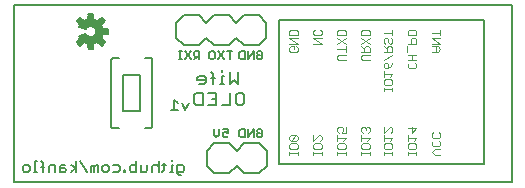
<source format=gbo>
G75*
%MOIN*%
%OFA0B0*%
%FSLAX24Y24*%
%IPPOS*%
%LPD*%
%AMOC8*
5,1,8,0,0,1.08239X$1,22.5*
%
%ADD10C,0.0080*%
%ADD11C,0.0050*%
%ADD12C,0.0060*%
%ADD13C,0.0020*%
%ADD14C,0.0059*%
D10*
X000161Y000753D02*
X000161Y006658D01*
X016769Y006658D01*
X016769Y000753D01*
X000161Y000753D01*
X003498Y002548D02*
X003656Y002548D01*
X003498Y002548D02*
X003481Y002549D01*
X003464Y002554D01*
X003449Y002561D01*
X003435Y002571D01*
X003423Y002583D01*
X003413Y002597D01*
X003406Y002612D01*
X003401Y002629D01*
X003400Y002646D01*
X003400Y004811D01*
X003401Y004828D01*
X003406Y004845D01*
X003413Y004860D01*
X003423Y004874D01*
X003435Y004886D01*
X003449Y004896D01*
X003464Y004903D01*
X003481Y004908D01*
X003498Y004909D01*
X003498Y004910D02*
X003656Y004910D01*
X004522Y004910D02*
X004679Y004910D01*
X004679Y004909D02*
X004696Y004908D01*
X004713Y004903D01*
X004728Y004896D01*
X004742Y004886D01*
X004754Y004874D01*
X004764Y004860D01*
X004771Y004845D01*
X004776Y004828D01*
X004777Y004811D01*
X004778Y004811D02*
X004778Y002646D01*
X004777Y002646D02*
X004776Y002629D01*
X004771Y002612D01*
X004764Y002597D01*
X004754Y002583D01*
X004742Y002571D01*
X004728Y002561D01*
X004713Y002554D01*
X004696Y002549D01*
X004679Y002548D01*
X004522Y002548D01*
X004384Y003138D02*
X003793Y003138D01*
X003793Y004319D01*
X004384Y004319D01*
X004384Y003138D01*
X006175Y003389D02*
X006245Y003319D01*
X006455Y003319D01*
X006455Y003739D01*
X006245Y003739D01*
X006175Y003669D01*
X006175Y003389D01*
X006635Y003319D02*
X006915Y003319D01*
X006915Y003739D01*
X006635Y003739D01*
X006775Y003529D02*
X006915Y003529D01*
X007095Y003319D02*
X007376Y003319D01*
X007376Y003739D01*
X007556Y003669D02*
X007626Y003739D01*
X007766Y003739D01*
X007836Y003669D01*
X007836Y003389D01*
X007766Y003319D01*
X007626Y003319D01*
X007556Y003389D01*
X007556Y003669D01*
X007636Y004019D02*
X007496Y004159D01*
X007356Y004019D01*
X007356Y004439D01*
X007106Y004439D02*
X007106Y004509D01*
X006799Y004369D02*
X006729Y004439D01*
X006799Y004369D02*
X006799Y004019D01*
X007036Y004019D02*
X007176Y004019D01*
X007106Y004019D02*
X007106Y004299D01*
X007176Y004299D01*
X006869Y004229D02*
X006729Y004229D01*
X006562Y004229D02*
X006492Y004299D01*
X006352Y004299D01*
X006282Y004229D01*
X006282Y004159D01*
X006562Y004159D01*
X006562Y004089D02*
X006562Y004229D01*
X006562Y004089D02*
X006492Y004019D01*
X006352Y004019D01*
X007636Y004019D02*
X007636Y004439D01*
X007826Y005329D02*
X008326Y005329D01*
X008576Y005579D01*
X008576Y006079D01*
X008326Y006329D01*
X007826Y006329D01*
X007576Y006079D01*
X007326Y006329D01*
X006826Y006329D01*
X006576Y006079D01*
X006326Y006329D01*
X005826Y006329D01*
X005576Y006079D01*
X005576Y005579D01*
X005826Y005329D01*
X006326Y005329D01*
X006576Y005579D01*
X006826Y005329D01*
X007326Y005329D01*
X007576Y005579D01*
X007826Y005329D01*
X007837Y002050D02*
X007587Y001800D01*
X007337Y002050D01*
X006837Y002050D01*
X006587Y001800D01*
X006587Y001300D01*
X006837Y001050D01*
X007337Y001050D01*
X007587Y001300D01*
X007837Y001050D01*
X008337Y001050D01*
X008587Y001300D01*
X008587Y001800D01*
X008337Y002050D01*
X007837Y002050D01*
D11*
X007862Y002254D02*
X007727Y002254D01*
X007682Y002299D01*
X007682Y002479D01*
X007727Y002524D01*
X007862Y002524D01*
X007862Y002254D01*
X007976Y002254D02*
X007976Y002524D01*
X008156Y002524D02*
X007976Y002254D01*
X008156Y002254D02*
X008156Y002524D01*
X008271Y002479D02*
X008316Y002524D01*
X008406Y002524D01*
X008451Y002479D01*
X008451Y002299D01*
X008406Y002254D01*
X008316Y002254D01*
X008271Y002299D01*
X008271Y002389D01*
X008361Y002389D01*
X007301Y002389D02*
X007211Y002434D01*
X007166Y002434D01*
X007121Y002389D01*
X007121Y002299D01*
X007166Y002254D01*
X007256Y002254D01*
X007301Y002299D01*
X007301Y002389D02*
X007301Y002524D01*
X007121Y002524D01*
X007006Y002524D02*
X007006Y002344D01*
X006916Y002254D01*
X006826Y002344D01*
X006826Y002524D01*
X008991Y001351D02*
X015841Y001351D01*
X015841Y006154D01*
X008991Y006154D01*
X008991Y001351D01*
X008406Y004854D02*
X008316Y004854D01*
X008271Y004899D01*
X008271Y004989D01*
X008361Y004989D01*
X008451Y005079D02*
X008451Y004899D01*
X008406Y004854D01*
X008156Y004854D02*
X008156Y005124D01*
X007976Y004854D01*
X007976Y005124D01*
X007862Y005124D02*
X007727Y005124D01*
X007682Y005079D01*
X007682Y004899D01*
X007727Y004854D01*
X007862Y004854D01*
X007862Y005124D01*
X007451Y005124D02*
X007271Y005124D01*
X007361Y005124D02*
X007361Y004854D01*
X007156Y004854D02*
X006976Y005124D01*
X006862Y005079D02*
X006862Y004899D01*
X006817Y004854D01*
X006727Y004854D01*
X006682Y004899D01*
X006682Y005079D01*
X006727Y005124D01*
X006817Y005124D01*
X006862Y005079D01*
X006976Y004854D02*
X007156Y005124D01*
X006351Y005124D02*
X006351Y004854D01*
X006351Y004944D02*
X006216Y004944D01*
X006171Y004989D01*
X006171Y005079D01*
X006216Y005124D01*
X006351Y005124D01*
X006056Y005124D02*
X005876Y004854D01*
X005762Y004854D02*
X005672Y004854D01*
X005717Y004854D02*
X005717Y005124D01*
X005762Y005124D02*
X005672Y005124D01*
X005876Y005124D02*
X006056Y004854D01*
X006171Y004854D02*
X006261Y004944D01*
X008271Y005079D02*
X008316Y005124D01*
X008406Y005124D01*
X008451Y005079D01*
D12*
X005628Y003386D02*
X005514Y003499D01*
X005514Y003159D01*
X005401Y003159D02*
X005628Y003159D01*
X005883Y003159D02*
X005769Y003386D01*
X005996Y003386D02*
X005883Y003159D01*
X005421Y001506D02*
X005421Y001449D01*
X005421Y001336D02*
X005421Y001109D01*
X005478Y001109D02*
X005364Y001109D01*
X005175Y001165D02*
X005119Y001109D01*
X005175Y001165D02*
X005175Y001392D01*
X005232Y001336D02*
X005119Y001336D01*
X004987Y001279D02*
X004930Y001336D01*
X004816Y001336D01*
X004760Y001279D01*
X004760Y001109D01*
X004618Y001165D02*
X004562Y001109D01*
X004391Y001109D01*
X004391Y001336D01*
X004250Y001336D02*
X004080Y001336D01*
X004023Y001279D01*
X004023Y001165D01*
X004080Y001109D01*
X004250Y001109D01*
X004250Y001449D01*
X004618Y001336D02*
X004618Y001165D01*
X004987Y001109D02*
X004987Y001449D01*
X005421Y001336D02*
X005478Y001336D01*
X005619Y001336D02*
X005789Y001336D01*
X005846Y001279D01*
X005846Y001165D01*
X005789Y001109D01*
X005619Y001109D01*
X005619Y001052D02*
X005619Y001336D01*
X005619Y001052D02*
X005676Y000995D01*
X005733Y000995D01*
X003882Y001109D02*
X003825Y001109D01*
X003825Y001165D01*
X003882Y001165D01*
X003882Y001109D01*
X003698Y001165D02*
X003641Y001109D01*
X003471Y001109D01*
X003329Y001165D02*
X003273Y001109D01*
X003159Y001109D01*
X003102Y001165D01*
X003102Y001279D01*
X003159Y001336D01*
X003273Y001336D01*
X003329Y001279D01*
X003329Y001165D01*
X003641Y001336D02*
X003698Y001279D01*
X003698Y001165D01*
X003641Y001336D02*
X003471Y001336D01*
X002961Y001336D02*
X002961Y001109D01*
X002847Y001109D02*
X002847Y001279D01*
X002791Y001336D01*
X002734Y001279D01*
X002734Y001109D01*
X002593Y001109D02*
X002366Y001449D01*
X002224Y001449D02*
X002224Y001109D01*
X002224Y001222D02*
X002054Y001336D01*
X001861Y001336D02*
X001747Y001336D01*
X001690Y001279D01*
X001690Y001109D01*
X001861Y001109D01*
X001917Y001165D01*
X001861Y001222D01*
X001690Y001222D01*
X001549Y001109D02*
X001549Y001336D01*
X001379Y001336D01*
X001322Y001279D01*
X001322Y001109D01*
X001124Y001109D02*
X001124Y001392D01*
X001067Y001449D01*
X000935Y001449D02*
X000878Y001449D01*
X000878Y001109D01*
X000822Y001109D02*
X000935Y001109D01*
X000690Y001165D02*
X000633Y001109D01*
X000519Y001109D01*
X000463Y001165D01*
X000463Y001279D01*
X000519Y001336D01*
X000633Y001336D01*
X000690Y001279D01*
X000690Y001165D01*
X001067Y001279D02*
X001181Y001279D01*
X002054Y001109D02*
X002224Y001222D01*
X002847Y001279D02*
X002904Y001336D01*
X002961Y001336D01*
D13*
X009351Y001676D02*
X009351Y001770D01*
X009351Y001723D02*
X009631Y001723D01*
X009631Y001676D02*
X009631Y001770D01*
X009585Y001860D02*
X009398Y001860D01*
X009351Y001907D01*
X009351Y002000D01*
X009398Y002047D01*
X009585Y002047D01*
X009631Y002000D01*
X009631Y001907D01*
X009585Y001860D01*
X009585Y002137D02*
X009398Y002137D01*
X009585Y002323D01*
X009398Y002323D01*
X009351Y002277D01*
X009351Y002183D01*
X009398Y002137D01*
X009585Y002137D02*
X009631Y002183D01*
X009631Y002277D01*
X009585Y002323D01*
X010151Y002323D02*
X010151Y002137D01*
X010338Y002323D01*
X010385Y002323D01*
X010431Y002277D01*
X010431Y002183D01*
X010385Y002137D01*
X010385Y002047D02*
X010198Y002047D01*
X010151Y002000D01*
X010151Y001907D01*
X010198Y001860D01*
X010385Y001860D01*
X010431Y001907D01*
X010431Y002000D01*
X010385Y002047D01*
X010431Y001770D02*
X010431Y001676D01*
X010431Y001723D02*
X010151Y001723D01*
X010151Y001676D02*
X010151Y001770D01*
X010951Y001770D02*
X010951Y001676D01*
X010951Y001723D02*
X011231Y001723D01*
X011231Y001676D02*
X011231Y001770D01*
X011185Y001860D02*
X010998Y001860D01*
X010951Y001907D01*
X010951Y002000D01*
X010998Y002047D01*
X011185Y002047D01*
X011231Y002000D01*
X011231Y001907D01*
X011185Y001860D01*
X011751Y001907D02*
X011798Y001860D01*
X011985Y001860D01*
X012031Y001907D01*
X012031Y002000D01*
X011985Y002047D01*
X011798Y002047D01*
X011751Y002000D01*
X011751Y001907D01*
X011751Y001770D02*
X011751Y001676D01*
X011751Y001723D02*
X012031Y001723D01*
X012031Y001676D02*
X012031Y001770D01*
X012501Y001770D02*
X012501Y001676D01*
X012501Y001723D02*
X012781Y001723D01*
X012781Y001676D02*
X012781Y001770D01*
X012735Y001860D02*
X012548Y001860D01*
X012501Y001907D01*
X012501Y002000D01*
X012548Y002047D01*
X012735Y002047D01*
X012781Y002000D01*
X012781Y001907D01*
X012735Y001860D01*
X013301Y001907D02*
X013348Y001860D01*
X013535Y001860D01*
X013581Y001907D01*
X013581Y002000D01*
X013535Y002047D01*
X013348Y002047D01*
X013301Y002000D01*
X013301Y001907D01*
X013301Y001770D02*
X013301Y001676D01*
X013301Y001723D02*
X013581Y001723D01*
X013581Y001676D02*
X013581Y001770D01*
X014101Y001770D02*
X014194Y001676D01*
X014381Y001676D01*
X014194Y001863D02*
X014101Y001770D01*
X014194Y001863D02*
X014381Y001863D01*
X014335Y001952D02*
X014148Y001952D01*
X014101Y001999D01*
X014101Y002092D01*
X014148Y002139D01*
X014148Y002229D02*
X014101Y002275D01*
X014101Y002369D01*
X014148Y002415D01*
X014335Y002415D02*
X014381Y002369D01*
X014381Y002275D01*
X014335Y002229D01*
X014148Y002229D01*
X014335Y002139D02*
X014381Y002092D01*
X014381Y001999D01*
X014335Y001952D01*
X013581Y002230D02*
X013301Y002230D01*
X013301Y002137D02*
X013301Y002323D01*
X013441Y002413D02*
X013441Y002600D01*
X013301Y002553D02*
X013581Y002553D01*
X013441Y002413D01*
X013581Y002230D02*
X013488Y002137D01*
X012781Y002230D02*
X012688Y002137D01*
X012781Y002230D02*
X012501Y002230D01*
X012501Y002137D02*
X012501Y002323D01*
X012501Y002413D02*
X012688Y002600D01*
X012735Y002600D01*
X012781Y002553D01*
X012781Y002459D01*
X012735Y002413D01*
X012501Y002413D02*
X012501Y002600D01*
X012031Y002553D02*
X012031Y002459D01*
X011985Y002413D01*
X011798Y002413D02*
X011751Y002459D01*
X011751Y002553D01*
X011798Y002600D01*
X011844Y002600D01*
X011891Y002553D01*
X011891Y002506D01*
X011891Y002553D02*
X011938Y002600D01*
X011985Y002600D01*
X012031Y002553D01*
X011751Y002323D02*
X011751Y002137D01*
X011751Y002230D02*
X012031Y002230D01*
X011938Y002137D01*
X011231Y002230D02*
X010951Y002230D01*
X010951Y002137D02*
X010951Y002323D01*
X010998Y002413D02*
X010951Y002459D01*
X010951Y002553D01*
X010998Y002600D01*
X011091Y002600D01*
X011138Y002553D01*
X011138Y002506D01*
X011091Y002413D01*
X011231Y002413D01*
X011231Y002600D01*
X011231Y002230D02*
X011138Y002137D01*
X012501Y003810D02*
X012501Y003904D01*
X012501Y003857D02*
X012781Y003857D01*
X012781Y003810D02*
X012781Y003904D01*
X012735Y003994D02*
X012548Y003994D01*
X012501Y004041D01*
X012501Y004135D01*
X012548Y004181D01*
X012735Y004181D01*
X012781Y004135D01*
X012781Y004041D01*
X012735Y003994D01*
X012688Y004271D02*
X012781Y004364D01*
X012501Y004364D01*
X012501Y004271D02*
X012501Y004458D01*
X012548Y004547D02*
X012501Y004594D01*
X012501Y004687D01*
X012548Y004734D01*
X012594Y004734D01*
X012641Y004687D01*
X012641Y004547D01*
X012548Y004547D01*
X012641Y004547D02*
X012735Y004640D01*
X012781Y004734D01*
X012781Y005010D02*
X012501Y004823D01*
X012031Y004823D02*
X011798Y004823D01*
X011751Y004870D01*
X011751Y004963D01*
X011798Y005010D01*
X012031Y005010D01*
X012031Y005099D02*
X012031Y005240D01*
X011985Y005286D01*
X011891Y005286D01*
X011844Y005240D01*
X011844Y005099D01*
X011751Y005099D02*
X012031Y005099D01*
X011844Y005193D02*
X011751Y005286D01*
X011751Y005376D02*
X012031Y005562D01*
X012031Y005652D02*
X012031Y005792D01*
X011985Y005839D01*
X011798Y005839D01*
X011751Y005792D01*
X011751Y005652D01*
X012031Y005652D01*
X012031Y005376D02*
X011751Y005562D01*
X011231Y005562D02*
X010951Y005376D01*
X010951Y005562D02*
X011231Y005376D01*
X011231Y005286D02*
X011231Y005099D01*
X011231Y005010D02*
X010998Y005010D01*
X010951Y004963D01*
X010951Y004870D01*
X010998Y004823D01*
X011231Y004823D01*
X011231Y005193D02*
X010951Y005193D01*
X010431Y005376D02*
X010151Y005562D01*
X010431Y005562D01*
X010385Y005652D02*
X010198Y005652D01*
X010151Y005699D01*
X010151Y005792D01*
X010198Y005839D01*
X010385Y005839D02*
X010431Y005792D01*
X010431Y005699D01*
X010385Y005652D01*
X010951Y005652D02*
X010951Y005792D01*
X010998Y005839D01*
X011185Y005839D01*
X011231Y005792D01*
X011231Y005652D01*
X010951Y005652D01*
X010431Y005376D02*
X010151Y005376D01*
X009631Y005376D02*
X009351Y005562D01*
X009631Y005562D01*
X009631Y005652D02*
X009351Y005652D01*
X009351Y005792D01*
X009398Y005839D01*
X009585Y005839D01*
X009631Y005792D01*
X009631Y005652D01*
X009631Y005376D02*
X009351Y005376D01*
X009398Y005286D02*
X009491Y005286D01*
X009491Y005193D01*
X009398Y005286D02*
X009351Y005240D01*
X009351Y005146D01*
X009398Y005099D01*
X009585Y005099D01*
X009631Y005146D01*
X009631Y005240D01*
X009585Y005286D01*
X012501Y005286D02*
X012594Y005193D01*
X012594Y005240D02*
X012594Y005099D01*
X012501Y005099D02*
X012781Y005099D01*
X012781Y005240D01*
X012735Y005286D01*
X012641Y005286D01*
X012594Y005240D01*
X012548Y005376D02*
X012501Y005422D01*
X012501Y005516D01*
X012548Y005562D01*
X012594Y005562D01*
X012641Y005516D01*
X012641Y005422D01*
X012688Y005376D01*
X012735Y005376D01*
X012781Y005422D01*
X012781Y005516D01*
X012735Y005562D01*
X012781Y005652D02*
X012781Y005839D01*
X012781Y005745D02*
X012501Y005745D01*
X013301Y005792D02*
X013301Y005652D01*
X013581Y005652D01*
X013581Y005792D01*
X013535Y005839D01*
X013348Y005839D01*
X013301Y005792D01*
X013441Y005562D02*
X013394Y005516D01*
X013394Y005376D01*
X013301Y005376D02*
X013581Y005376D01*
X013581Y005516D01*
X013535Y005562D01*
X013441Y005562D01*
X013254Y005286D02*
X013254Y005099D01*
X013301Y005010D02*
X013581Y005010D01*
X013441Y005010D02*
X013441Y004823D01*
X013348Y004734D02*
X013301Y004687D01*
X013301Y004594D01*
X013348Y004547D01*
X013535Y004547D01*
X013581Y004594D01*
X013581Y004687D01*
X013535Y004734D01*
X013581Y004823D02*
X013301Y004823D01*
X014101Y005099D02*
X014288Y005099D01*
X014381Y005193D01*
X014288Y005286D01*
X014101Y005286D01*
X014101Y005376D02*
X014381Y005376D01*
X014101Y005562D01*
X014381Y005562D01*
X014381Y005652D02*
X014381Y005839D01*
X014381Y005745D02*
X014101Y005745D01*
X014241Y005286D02*
X014241Y005099D01*
D14*
X003312Y005707D02*
X003122Y005687D01*
X003101Y005623D01*
X003070Y005564D01*
X003191Y005415D01*
X003090Y005313D01*
X002941Y005434D01*
X002881Y005404D01*
X002817Y005383D01*
X002798Y005193D01*
X002654Y005193D01*
X002635Y005383D01*
X002571Y005404D01*
X002511Y005434D01*
X002362Y005313D01*
X002261Y005415D01*
X002382Y005564D01*
X002351Y005623D01*
X002556Y005708D01*
X002577Y005670D01*
X002606Y005638D01*
X002642Y005614D01*
X002683Y005599D01*
X002726Y005594D01*
X002770Y005599D01*
X002811Y005615D01*
X002848Y005640D01*
X002877Y005673D01*
X002898Y005712D01*
X002909Y005755D01*
X002909Y005799D01*
X002899Y005842D01*
X002879Y005881D01*
X002851Y005915D01*
X002815Y005940D01*
X002774Y005957D01*
X002730Y005963D01*
X002686Y005959D01*
X002644Y005944D01*
X002356Y005944D01*
X002351Y005934D02*
X002556Y005849D01*
X002577Y005888D01*
X002607Y005920D01*
X002644Y005944D01*
X002576Y005886D02*
X002466Y005886D01*
X002351Y005934D02*
X002382Y005994D01*
X002261Y006142D01*
X002362Y006244D01*
X002511Y006123D01*
X002571Y006154D01*
X002635Y006174D01*
X002654Y006365D01*
X002798Y006365D01*
X002817Y006174D01*
X002881Y006154D01*
X002941Y006123D01*
X003090Y006244D01*
X003191Y006142D01*
X003070Y005994D01*
X003101Y005934D01*
X003122Y005870D01*
X003312Y005851D01*
X003312Y005707D01*
X003312Y005714D02*
X002898Y005714D01*
X002909Y005771D02*
X003312Y005771D01*
X003312Y005829D02*
X002902Y005829D01*
X002875Y005886D02*
X003116Y005886D01*
X003096Y005944D02*
X002807Y005944D01*
X003076Y006001D02*
X002376Y006001D01*
X002329Y006059D02*
X003123Y006059D01*
X003170Y006116D02*
X002282Y006116D01*
X002292Y006174D02*
X002448Y006174D01*
X002378Y006232D02*
X002350Y006232D01*
X002634Y006174D02*
X002818Y006174D01*
X002812Y006232D02*
X002641Y006232D01*
X002646Y006289D02*
X002806Y006289D01*
X002800Y006347D02*
X002652Y006347D01*
X003004Y006174D02*
X003160Y006174D01*
X003102Y006232D02*
X003074Y006232D01*
X003112Y005656D02*
X002862Y005656D01*
X002762Y005598D02*
X003088Y005598D01*
X003089Y005541D02*
X002363Y005541D01*
X002364Y005598D02*
X002690Y005598D01*
X002590Y005656D02*
X002430Y005656D01*
X002316Y005483D02*
X003136Y005483D01*
X003183Y005426D02*
X002952Y005426D01*
X002924Y005426D02*
X002528Y005426D01*
X002500Y005426D02*
X002269Y005426D01*
X002308Y005368D02*
X002430Y005368D01*
X002636Y005368D02*
X002816Y005368D01*
X002810Y005311D02*
X002642Y005311D01*
X002648Y005253D02*
X002804Y005253D01*
X002798Y005196D02*
X002654Y005196D01*
X003022Y005368D02*
X003144Y005368D01*
M02*

</source>
